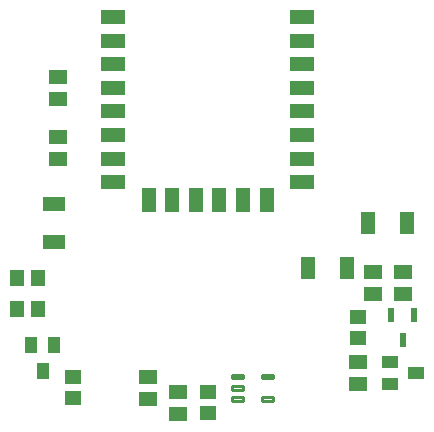
<source format=gbr>
G04 EAGLE Gerber RS-274X export*
G75*
%MOMM*%
%FSLAX34Y34*%
%LPD*%
%INSolderpaste Top*%
%IPPOS*%
%AMOC8*
5,1,8,0,0,1.08239X$1,22.5*%
G01*
G04 Define Apertures*
%ADD10R,2.000000X1.200000*%
%ADD11R,1.200000X2.000000*%
%ADD12R,0.624800X1.223500*%
%ADD13R,1.500000X1.300000*%
%ADD14R,1.465300X1.164600*%
%ADD15R,1.400000X1.000000*%
%ADD16C,0.295000*%
%ADD17R,1.274700X1.850000*%
%ADD18R,1.850000X1.274700*%
%ADD19R,1.164600X1.465300*%
%ADD20R,1.000000X1.400000*%
D10*
X257800Y237440D03*
X257800Y257440D03*
X257800Y277440D03*
X257800Y297440D03*
X257800Y317440D03*
X257800Y337440D03*
X257800Y357440D03*
X257800Y377440D03*
X97800Y377440D03*
X97800Y337440D03*
X97800Y357440D03*
X97800Y317440D03*
X97800Y297440D03*
X97800Y277440D03*
X97800Y257440D03*
X97800Y237440D03*
D11*
X227800Y222640D03*
X207800Y222640D03*
X187800Y222640D03*
X167800Y222640D03*
X147800Y222640D03*
X127800Y222640D03*
D12*
X352400Y124940D03*
X333400Y124940D03*
X342900Y103660D03*
D13*
X127000Y73000D03*
X127000Y54000D03*
D14*
X177800Y59554D03*
X177800Y42046D03*
D15*
X353900Y76200D03*
X331900Y66700D03*
X331900Y85700D03*
D16*
X207925Y71525D02*
X198775Y71525D01*
X198775Y74475D01*
X207925Y74475D01*
X207925Y71525D01*
X207925Y74327D02*
X198775Y74327D01*
X198775Y62025D02*
X207925Y62025D01*
X198775Y62025D02*
X198775Y64975D01*
X207925Y64975D01*
X207925Y62025D01*
X207925Y64827D02*
X198775Y64827D01*
X198775Y52525D02*
X207925Y52525D01*
X198775Y52525D02*
X198775Y55475D01*
X207925Y55475D01*
X207925Y52525D01*
X207925Y55327D02*
X198775Y55327D01*
X223875Y52525D02*
X233025Y52525D01*
X223875Y52525D02*
X223875Y55475D01*
X233025Y55475D01*
X233025Y52525D01*
X233025Y55327D02*
X223875Y55327D01*
X223875Y71525D02*
X233025Y71525D01*
X223875Y71525D02*
X223875Y74475D01*
X233025Y74475D01*
X233025Y71525D01*
X233025Y74327D02*
X223875Y74327D01*
D13*
X152400Y41300D03*
X152400Y60300D03*
X342900Y161900D03*
X342900Y142900D03*
X317500Y142900D03*
X317500Y161900D03*
X304800Y85700D03*
X304800Y66700D03*
D14*
X304800Y105546D03*
X304800Y123054D03*
D17*
X295603Y165100D03*
X263197Y165100D03*
X346403Y203200D03*
X313997Y203200D03*
D18*
X48000Y219403D03*
X48000Y186997D03*
D13*
X50800Y308000D03*
X50800Y327000D03*
X50800Y257200D03*
X50800Y276200D03*
D14*
X63500Y54746D03*
X63500Y72254D03*
D19*
X16646Y156853D03*
X34154Y156853D03*
D20*
X38100Y77900D03*
X28600Y99900D03*
X47600Y99900D03*
D19*
X16646Y130000D03*
X34154Y130000D03*
M02*

</source>
